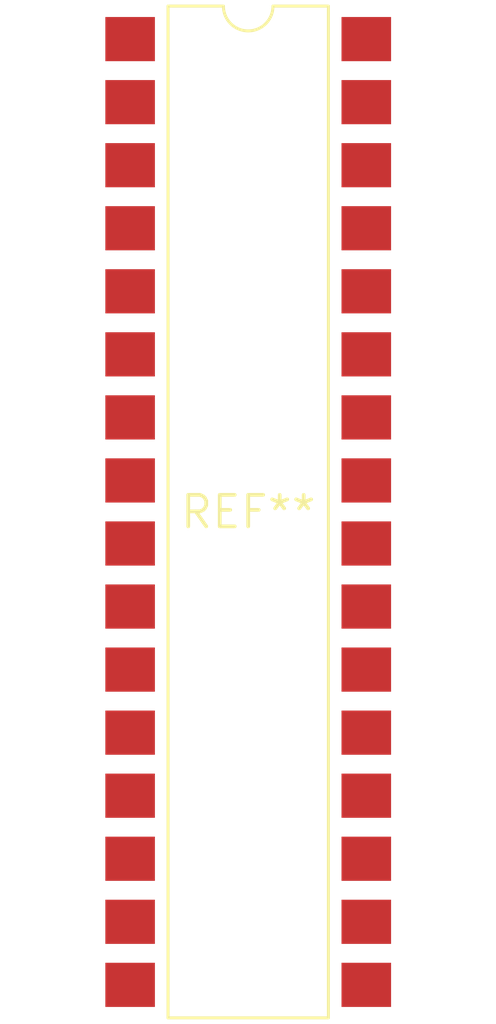
<source format=kicad_pcb>
(kicad_pcb (version 20240108) (generator pcbnew)
  (layers (0 "F.Cu" signal) (31 "B.Cu" signal) (34 "B.Paste" user) (35 "F.Paste" user) (36 "B.SilkS" user "B.Silkscreen") (37 "F.SilkS" user "F.Silkscreen") (38 "B.Mask" user) (39 "F.Mask" user) (44 "Edge.Cuts" user))
  (net 0 "")
  (footprint "SMDIP-32_W9.53mm" (layer "F.Cu") (at 0 0)
    (property "Reference" "REF**")
    (property "Value" "SMDIP-32_W9.53mm")
    (fp_line (start -3.235 -20.38) (end -3.235 20.38) (layer "F.SilkS") (stroke (width 0.12)))
    (fp_line (start -3.235 20.38) (end 3.235 20.38) (layer "F.SilkS") (stroke (width 0.12)))
    (fp_line (start -1 -20.38) (end -3.235 -20.38) (layer "F.SilkS") (stroke (width 0.12)))
    (fp_line (start 3.235 -20.38) (end 1 -20.38) (layer "F.SilkS") (stroke (width 0.12)))
    (fp_line (start 3.235 20.38) (end 3.235 -20.38) (layer "F.SilkS") (stroke (width 0.12)))
    (fp_arc (start 1 -20.38) (mid 0 -19.38) (end -1 -20.38) (layer "F.SilkS") (stroke (width 0.12)))
    (pad "1" smd rect (at -4.765 -19.05) (size 2 1.78) (layers "F.Cu" "F.Paste" "F.Mask"))
    (pad "2" smd rect (at -4.765 -16.51) (size 2 1.78) (layers "F.Cu" "F.Paste" "F.Mask"))
    (pad "3" smd rect (at -4.765 -13.97) (size 2 1.78) (layers "F.Cu" "F.Paste" "F.Mask"))
    (pad "4" smd rect (at -4.765 -11.43) (size 2 1.78) (layers "F.Cu" "F.Paste" "F.Mask"))
    (pad "5" smd rect (at -4.765 -8.89) (size 2 1.78) (layers "F.Cu" "F.Paste" "F.Mask"))
    (pad "6" smd rect (at -4.765 -6.35) (size 2 1.78) (layers "F.Cu" "F.Paste" "F.Mask"))
    (pad "7" smd rect (at -4.765 -3.81) (size 2 1.78) (layers "F.Cu" "F.Paste" "F.Mask"))
    (pad "8" smd rect (at -4.765 -1.27) (size 2 1.78) (layers "F.Cu" "F.Paste" "F.Mask"))
    (pad "9" smd rect (at -4.765 1.27) (size 2 1.78) (layers "F.Cu" "F.Paste" "F.Mask"))
    (pad "10" smd rect (at -4.765 3.81) (size 2 1.78) (layers "F.Cu" "F.Paste" "F.Mask"))
    (pad "11" smd rect (at -4.765 6.35) (size 2 1.78) (layers "F.Cu" "F.Paste" "F.Mask"))
    (pad "12" smd rect (at -4.765 8.89) (size 2 1.78) (layers "F.Cu" "F.Paste" "F.Mask"))
    (pad "13" smd rect (at -4.765 11.43) (size 2 1.78) (layers "F.Cu" "F.Paste" "F.Mask"))
    (pad "14" smd rect (at -4.765 13.97) (size 2 1.78) (layers "F.Cu" "F.Paste" "F.Mask"))
    (pad "15" smd rect (at -4.765 16.51) (size 2 1.78) (layers "F.Cu" "F.Paste" "F.Mask"))
    (pad "16" smd rect (at -4.765 19.05) (size 2 1.78) (layers "F.Cu" "F.Paste" "F.Mask"))
    (pad "17" smd rect (at 4.765 19.05) (size 2 1.78) (layers "F.Cu" "F.Paste" "F.Mask"))
    (pad "18" smd rect (at 4.765 16.51) (size 2 1.78) (layers "F.Cu" "F.Paste" "F.Mask"))
    (pad "19" smd rect (at 4.765 13.97) (size 2 1.78) (layers "F.Cu" "F.Paste" "F.Mask"))
    (pad "20" smd rect (at 4.765 11.43) (size 2 1.78) (layers "F.Cu" "F.Paste" "F.Mask"))
    (pad "21" smd rect (at 4.765 8.89) (size 2 1.78) (layers "F.Cu" "F.Paste" "F.Mask"))
    (pad "22" smd rect (at 4.765 6.35) (size 2 1.78) (layers "F.Cu" "F.Paste" "F.Mask"))
    (pad "23" smd rect (at 4.765 3.81) (size 2 1.78) (layers "F.Cu" "F.Paste" "F.Mask"))
    (pad "24" smd rect (at 4.765 1.27) (size 2 1.78) (layers "F.Cu" "F.Paste" "F.Mask"))
    (pad "25" smd rect (at 4.765 -1.27) (size 2 1.78) (layers "F.Cu" "F.Paste" "F.Mask"))
    (pad "26" smd rect (at 4.765 -3.81) (size 2 1.78) (layers "F.Cu" "F.Paste" "F.Mask"))
    (pad "27" smd rect (at 4.765 -6.35) (size 2 1.78) (layers "F.Cu" "F.Paste" "F.Mask"))
    (pad "28" smd rect (at 4.765 -8.89) (size 2 1.78) (layers "F.Cu" "F.Paste" "F.Mask"))
    (pad "29" smd rect (at 4.765 -11.43) (size 2 1.78) (layers "F.Cu" "F.Paste" "F.Mask"))
    (pad "30" smd rect (at 4.765 -13.97) (size 2 1.78) (layers "F.Cu" "F.Paste" "F.Mask"))
    (pad "31" smd rect (at 4.765 -16.51) (size 2 1.78) (layers "F.Cu" "F.Paste" "F.Mask"))
    (pad "32" smd rect (at 4.765 -19.05) (size 2 1.78) (layers "F.Cu" "F.Paste" "F.Mask"))
  )
)
</source>
